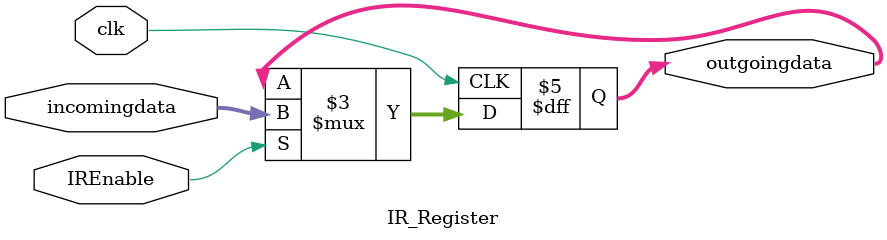
<source format=v>
/*
 * ECE3710 Lab 2
 * This file contains a 2to1 and a 16to1 multiplexor.
 * 
 *
 */
 
module mux2to1(A, B, ctrl, out);
	input [15:0] A, B;
	input ctrl;
	output reg[15:0] out;
	
	always @(A, B, ctrl)
		if(ctrl == 0)
			out = A;
		else
			out = B;
endmodule

module mux4to1(A, B, C, D, ctrl, out);
	input [15:0] A, B, C, D;
	input [1:0] ctrl;
	output[15:0] out;
	wire [15:0] out1, out2;
	
	mux2to1 M1 (A, B, ctrl[0], out1);
	mux2to1 M2 (C, D, ctrl[0], out2);
	mux2to1 Mout(out1, out2, ctrl[1], out);
endmodule


module mux16to1(R0, R1, R2, R3, R4, R5, R6, R7, R8, R9, R10, R11, R12, R13, R14, R15, ctrl, out);
	input [15:0] R0, R1, R2, R3, R4, R5, R6, R7, R8, R9, R10, R11, R12, R13, R14, R15;
	input[3:0] ctrl;
	output[15:0] out;
	wire[15:0] a, b, c, d;
	
	mux4to1 M1 (R0, R1, R2, R3, ctrl[1:0], a);
	mux4to1 M2 (R4, R5, R6, R7, ctrl[1:0], b);
	mux4to1 M3 (R8, R9, R10, R11, ctrl[1:0], c);
	mux4to1 M4 (R12, R13, R14, R15, ctrl[1:0], d);
	mux4to1 Mout (a, b, c, d, ctrl[3:2], out);
endmodule

module IR_Register(incomingdata, outgoingdata, IREnable, clk);
output reg[15:0] outgoingdata;
input[15:0] incomingdata;
input clk,IREnable;

always @( posedge clk )
	begin
		if(IREnable)
			outgoingdata <= incomingdata;
		else
			outgoingdata <= outgoingdata;
	end
	
endmodule
</source>
